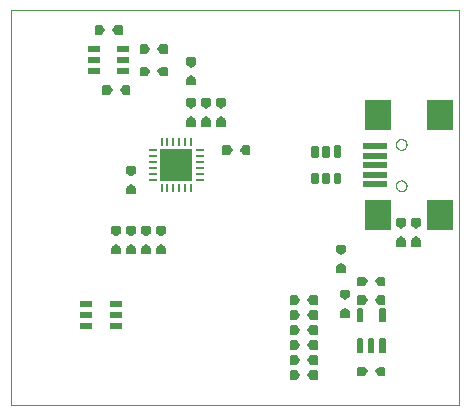
<source format=gtp>
G75*
%MOIN*%
%OFA0B0*%
%FSLAX25Y25*%
%IPPOS*%
%LPD*%
%AMOC8*
5,1,8,0,0,1.08239X$1,22.5*
%
%ADD10C,0.00000*%
%ADD11C,0.00500*%
%ADD12C,0.01181*%
%ADD13R,0.02756X0.00984*%
%ADD14R,0.00984X0.02756*%
%ADD15R,0.10827X0.10827*%
%ADD16C,0.00650*%
%ADD17R,0.08661X0.09843*%
%ADD18R,0.07874X0.01969*%
%ADD19R,0.04331X0.02362*%
D10*
X0030000Y0001800D02*
X0030000Y0133650D01*
X0179350Y0133650D01*
X0179350Y0001800D01*
X0030000Y0001800D01*
X0158228Y0074910D02*
X0158230Y0074994D01*
X0158236Y0075077D01*
X0158246Y0075160D01*
X0158260Y0075243D01*
X0158277Y0075325D01*
X0158299Y0075406D01*
X0158324Y0075485D01*
X0158353Y0075564D01*
X0158386Y0075641D01*
X0158422Y0075716D01*
X0158462Y0075790D01*
X0158505Y0075862D01*
X0158552Y0075931D01*
X0158602Y0075998D01*
X0158655Y0076063D01*
X0158711Y0076125D01*
X0158769Y0076185D01*
X0158831Y0076242D01*
X0158895Y0076295D01*
X0158962Y0076346D01*
X0159031Y0076393D01*
X0159102Y0076438D01*
X0159175Y0076478D01*
X0159250Y0076515D01*
X0159327Y0076549D01*
X0159405Y0076579D01*
X0159484Y0076605D01*
X0159565Y0076628D01*
X0159647Y0076646D01*
X0159729Y0076661D01*
X0159812Y0076672D01*
X0159895Y0076679D01*
X0159979Y0076682D01*
X0160063Y0076681D01*
X0160146Y0076676D01*
X0160230Y0076667D01*
X0160312Y0076654D01*
X0160394Y0076638D01*
X0160475Y0076617D01*
X0160556Y0076593D01*
X0160634Y0076565D01*
X0160712Y0076533D01*
X0160788Y0076497D01*
X0160862Y0076458D01*
X0160934Y0076416D01*
X0161004Y0076370D01*
X0161072Y0076321D01*
X0161137Y0076269D01*
X0161200Y0076214D01*
X0161260Y0076156D01*
X0161318Y0076095D01*
X0161372Y0076031D01*
X0161424Y0075965D01*
X0161472Y0075897D01*
X0161517Y0075826D01*
X0161558Y0075753D01*
X0161597Y0075679D01*
X0161631Y0075603D01*
X0161662Y0075525D01*
X0161689Y0075446D01*
X0161713Y0075365D01*
X0161732Y0075284D01*
X0161748Y0075202D01*
X0161760Y0075119D01*
X0161768Y0075035D01*
X0161772Y0074952D01*
X0161772Y0074868D01*
X0161768Y0074785D01*
X0161760Y0074701D01*
X0161748Y0074618D01*
X0161732Y0074536D01*
X0161713Y0074455D01*
X0161689Y0074374D01*
X0161662Y0074295D01*
X0161631Y0074217D01*
X0161597Y0074141D01*
X0161558Y0074067D01*
X0161517Y0073994D01*
X0161472Y0073923D01*
X0161424Y0073855D01*
X0161372Y0073789D01*
X0161318Y0073725D01*
X0161260Y0073664D01*
X0161200Y0073606D01*
X0161137Y0073551D01*
X0161072Y0073499D01*
X0161004Y0073450D01*
X0160934Y0073404D01*
X0160862Y0073362D01*
X0160788Y0073323D01*
X0160712Y0073287D01*
X0160634Y0073255D01*
X0160556Y0073227D01*
X0160475Y0073203D01*
X0160394Y0073182D01*
X0160312Y0073166D01*
X0160230Y0073153D01*
X0160146Y0073144D01*
X0160063Y0073139D01*
X0159979Y0073138D01*
X0159895Y0073141D01*
X0159812Y0073148D01*
X0159729Y0073159D01*
X0159647Y0073174D01*
X0159565Y0073192D01*
X0159484Y0073215D01*
X0159405Y0073241D01*
X0159327Y0073271D01*
X0159250Y0073305D01*
X0159175Y0073342D01*
X0159102Y0073382D01*
X0159031Y0073427D01*
X0158962Y0073474D01*
X0158895Y0073525D01*
X0158831Y0073578D01*
X0158769Y0073635D01*
X0158711Y0073695D01*
X0158655Y0073757D01*
X0158602Y0073822D01*
X0158552Y0073889D01*
X0158505Y0073958D01*
X0158462Y0074030D01*
X0158422Y0074104D01*
X0158386Y0074179D01*
X0158353Y0074256D01*
X0158324Y0074335D01*
X0158299Y0074414D01*
X0158277Y0074495D01*
X0158260Y0074577D01*
X0158246Y0074660D01*
X0158236Y0074743D01*
X0158230Y0074826D01*
X0158228Y0074910D01*
X0158228Y0088690D02*
X0158230Y0088774D01*
X0158236Y0088857D01*
X0158246Y0088940D01*
X0158260Y0089023D01*
X0158277Y0089105D01*
X0158299Y0089186D01*
X0158324Y0089265D01*
X0158353Y0089344D01*
X0158386Y0089421D01*
X0158422Y0089496D01*
X0158462Y0089570D01*
X0158505Y0089642D01*
X0158552Y0089711D01*
X0158602Y0089778D01*
X0158655Y0089843D01*
X0158711Y0089905D01*
X0158769Y0089965D01*
X0158831Y0090022D01*
X0158895Y0090075D01*
X0158962Y0090126D01*
X0159031Y0090173D01*
X0159102Y0090218D01*
X0159175Y0090258D01*
X0159250Y0090295D01*
X0159327Y0090329D01*
X0159405Y0090359D01*
X0159484Y0090385D01*
X0159565Y0090408D01*
X0159647Y0090426D01*
X0159729Y0090441D01*
X0159812Y0090452D01*
X0159895Y0090459D01*
X0159979Y0090462D01*
X0160063Y0090461D01*
X0160146Y0090456D01*
X0160230Y0090447D01*
X0160312Y0090434D01*
X0160394Y0090418D01*
X0160475Y0090397D01*
X0160556Y0090373D01*
X0160634Y0090345D01*
X0160712Y0090313D01*
X0160788Y0090277D01*
X0160862Y0090238D01*
X0160934Y0090196D01*
X0161004Y0090150D01*
X0161072Y0090101D01*
X0161137Y0090049D01*
X0161200Y0089994D01*
X0161260Y0089936D01*
X0161318Y0089875D01*
X0161372Y0089811D01*
X0161424Y0089745D01*
X0161472Y0089677D01*
X0161517Y0089606D01*
X0161558Y0089533D01*
X0161597Y0089459D01*
X0161631Y0089383D01*
X0161662Y0089305D01*
X0161689Y0089226D01*
X0161713Y0089145D01*
X0161732Y0089064D01*
X0161748Y0088982D01*
X0161760Y0088899D01*
X0161768Y0088815D01*
X0161772Y0088732D01*
X0161772Y0088648D01*
X0161768Y0088565D01*
X0161760Y0088481D01*
X0161748Y0088398D01*
X0161732Y0088316D01*
X0161713Y0088235D01*
X0161689Y0088154D01*
X0161662Y0088075D01*
X0161631Y0087997D01*
X0161597Y0087921D01*
X0161558Y0087847D01*
X0161517Y0087774D01*
X0161472Y0087703D01*
X0161424Y0087635D01*
X0161372Y0087569D01*
X0161318Y0087505D01*
X0161260Y0087444D01*
X0161200Y0087386D01*
X0161137Y0087331D01*
X0161072Y0087279D01*
X0161004Y0087230D01*
X0160934Y0087184D01*
X0160862Y0087142D01*
X0160788Y0087103D01*
X0160712Y0087067D01*
X0160634Y0087035D01*
X0160556Y0087007D01*
X0160475Y0086983D01*
X0160394Y0086962D01*
X0160312Y0086946D01*
X0160230Y0086933D01*
X0160146Y0086924D01*
X0160063Y0086919D01*
X0159979Y0086918D01*
X0159895Y0086921D01*
X0159812Y0086928D01*
X0159729Y0086939D01*
X0159647Y0086954D01*
X0159565Y0086972D01*
X0159484Y0086995D01*
X0159405Y0087021D01*
X0159327Y0087051D01*
X0159250Y0087085D01*
X0159175Y0087122D01*
X0159102Y0087162D01*
X0159031Y0087207D01*
X0158962Y0087254D01*
X0158895Y0087305D01*
X0158831Y0087358D01*
X0158769Y0087415D01*
X0158711Y0087475D01*
X0158655Y0087537D01*
X0158602Y0087602D01*
X0158552Y0087669D01*
X0158505Y0087738D01*
X0158462Y0087810D01*
X0158422Y0087884D01*
X0158386Y0087959D01*
X0158353Y0088036D01*
X0158324Y0088115D01*
X0158299Y0088194D01*
X0158277Y0088275D01*
X0158260Y0088357D01*
X0158246Y0088440D01*
X0158236Y0088523D01*
X0158230Y0088606D01*
X0158228Y0088690D01*
D11*
X0158750Y0063675D02*
X0161250Y0063675D01*
X0161250Y0061800D01*
X0160000Y0060862D01*
X0158750Y0061800D01*
X0158750Y0063675D01*
X0158750Y0063615D02*
X0161250Y0063615D01*
X0161250Y0063117D02*
X0158750Y0063117D01*
X0158750Y0062618D02*
X0161250Y0062618D01*
X0161250Y0062120D02*
X0158750Y0062120D01*
X0158988Y0061621D02*
X0161012Y0061621D01*
X0160347Y0061123D02*
X0159653Y0061123D01*
X0160000Y0057737D02*
X0161250Y0056800D01*
X0161250Y0054925D01*
X0158750Y0054925D01*
X0158750Y0056800D01*
X0160000Y0057737D01*
X0159861Y0057633D02*
X0160139Y0057633D01*
X0160804Y0057135D02*
X0159196Y0057135D01*
X0158750Y0056636D02*
X0161250Y0056636D01*
X0161250Y0056138D02*
X0158750Y0056138D01*
X0158750Y0055639D02*
X0161250Y0055639D01*
X0161250Y0055141D02*
X0158750Y0055141D01*
X0163750Y0055141D02*
X0166250Y0055141D01*
X0166250Y0054925D02*
X0163750Y0054925D01*
X0163750Y0056800D01*
X0165000Y0057737D01*
X0166250Y0056800D01*
X0166250Y0054925D01*
X0166250Y0055639D02*
X0163750Y0055639D01*
X0163750Y0056138D02*
X0166250Y0056138D01*
X0166250Y0056636D02*
X0163750Y0056636D01*
X0164196Y0057135D02*
X0165804Y0057135D01*
X0165139Y0057633D02*
X0164861Y0057633D01*
X0165000Y0060862D02*
X0163750Y0061800D01*
X0163750Y0063675D01*
X0166250Y0063675D01*
X0166250Y0061800D01*
X0165000Y0060862D01*
X0164653Y0061123D02*
X0165347Y0061123D01*
X0166012Y0061621D02*
X0163988Y0061621D01*
X0163750Y0062120D02*
X0166250Y0062120D01*
X0166250Y0062618D02*
X0163750Y0062618D01*
X0163750Y0063117D02*
X0166250Y0063117D01*
X0166250Y0063615D02*
X0163750Y0063615D01*
X0141250Y0054925D02*
X0141250Y0053050D01*
X0140000Y0052112D01*
X0138750Y0053050D01*
X0138750Y0054925D01*
X0141250Y0054925D01*
X0141250Y0054642D02*
X0138750Y0054642D01*
X0138750Y0054144D02*
X0141250Y0054144D01*
X0141250Y0053645D02*
X0138750Y0053645D01*
X0138750Y0053147D02*
X0141250Y0053147D01*
X0140714Y0052648D02*
X0139286Y0052648D01*
X0139950Y0052150D02*
X0140050Y0052150D01*
X0140000Y0048987D02*
X0138750Y0048050D01*
X0138750Y0046175D01*
X0141250Y0046175D01*
X0141250Y0048050D01*
X0140000Y0048987D01*
X0139563Y0048660D02*
X0140437Y0048660D01*
X0141101Y0048162D02*
X0138899Y0048162D01*
X0138750Y0047663D02*
X0141250Y0047663D01*
X0141250Y0047165D02*
X0138750Y0047165D01*
X0138750Y0046666D02*
X0141250Y0046666D01*
X0145625Y0044300D02*
X0145625Y0041800D01*
X0147500Y0041800D01*
X0148438Y0043050D01*
X0147500Y0044300D01*
X0145625Y0044300D01*
X0145625Y0044173D02*
X0147595Y0044173D01*
X0147969Y0043675D02*
X0145625Y0043675D01*
X0145625Y0043176D02*
X0148343Y0043176D01*
X0148158Y0042678D02*
X0145625Y0042678D01*
X0145625Y0042179D02*
X0147785Y0042179D01*
X0151563Y0043050D02*
X0152500Y0044300D01*
X0154375Y0044300D01*
X0154375Y0041800D01*
X0152500Y0041800D01*
X0151563Y0043050D01*
X0151657Y0043176D02*
X0154375Y0043176D01*
X0154375Y0042678D02*
X0151842Y0042678D01*
X0152215Y0042179D02*
X0154375Y0042179D01*
X0154375Y0043675D02*
X0152031Y0043675D01*
X0152405Y0044173D02*
X0154375Y0044173D01*
X0154375Y0038050D02*
X0152500Y0038050D01*
X0151563Y0036800D01*
X0152500Y0035550D01*
X0154375Y0035550D01*
X0154375Y0038050D01*
X0154375Y0037693D02*
X0152232Y0037693D01*
X0151858Y0037194D02*
X0154375Y0037194D01*
X0154375Y0036696D02*
X0151641Y0036696D01*
X0152015Y0036197D02*
X0154375Y0036197D01*
X0154375Y0035699D02*
X0152388Y0035699D01*
X0148438Y0036800D02*
X0147500Y0035550D01*
X0145625Y0035550D01*
X0145625Y0038050D01*
X0147500Y0038050D01*
X0148438Y0036800D01*
X0148359Y0036696D02*
X0145625Y0036696D01*
X0145625Y0037194D02*
X0148142Y0037194D01*
X0147768Y0037693D02*
X0145625Y0037693D01*
X0145625Y0036197D02*
X0147985Y0036197D01*
X0147612Y0035699D02*
X0145625Y0035699D01*
X0142500Y0038050D02*
X0141250Y0037113D01*
X0140000Y0038050D01*
X0140000Y0039925D01*
X0142500Y0039925D01*
X0142500Y0038050D01*
X0142500Y0038191D02*
X0140000Y0038191D01*
X0140000Y0038690D02*
X0142500Y0038690D01*
X0142500Y0039188D02*
X0140000Y0039188D01*
X0140000Y0039687D02*
X0142500Y0039687D01*
X0142024Y0037693D02*
X0140476Y0037693D01*
X0141141Y0037194D02*
X0141359Y0037194D01*
X0141250Y0033988D02*
X0142500Y0033050D01*
X0142500Y0031175D01*
X0140000Y0031175D01*
X0140000Y0033050D01*
X0141250Y0033988D01*
X0140873Y0033705D02*
X0141627Y0033705D01*
X0142292Y0033206D02*
X0140208Y0033206D01*
X0140000Y0032708D02*
X0142500Y0032708D01*
X0142500Y0032209D02*
X0140000Y0032209D01*
X0140000Y0031711D02*
X0142500Y0031711D01*
X0142500Y0031212D02*
X0140000Y0031212D01*
X0131875Y0031212D02*
X0129503Y0031212D01*
X0129129Y0031711D02*
X0131875Y0031711D01*
X0131875Y0032209D02*
X0129369Y0032209D01*
X0129062Y0031800D02*
X0130000Y0033050D01*
X0131875Y0033050D01*
X0131875Y0030550D01*
X0130000Y0030550D01*
X0129062Y0031800D01*
X0129743Y0032708D02*
X0131875Y0032708D01*
X0131875Y0030714D02*
X0129877Y0030714D01*
X0130000Y0028050D02*
X0129062Y0026800D01*
X0130000Y0025550D01*
X0131875Y0025550D01*
X0131875Y0028050D01*
X0130000Y0028050D01*
X0129754Y0027723D02*
X0131875Y0027723D01*
X0131875Y0027224D02*
X0129381Y0027224D01*
X0129118Y0026726D02*
X0131875Y0026726D01*
X0131875Y0026227D02*
X0129492Y0026227D01*
X0129866Y0025729D02*
X0131875Y0025729D01*
X0131875Y0023050D02*
X0130000Y0023050D01*
X0129062Y0021800D01*
X0130000Y0020550D01*
X0131875Y0020550D01*
X0131875Y0023050D01*
X0131875Y0022737D02*
X0129766Y0022737D01*
X0129392Y0022239D02*
X0131875Y0022239D01*
X0131875Y0021740D02*
X0129107Y0021740D01*
X0129481Y0021242D02*
X0131875Y0021242D01*
X0131875Y0020743D02*
X0129855Y0020743D01*
X0130000Y0018050D02*
X0129062Y0016800D01*
X0130000Y0015550D01*
X0131875Y0015550D01*
X0131875Y0018050D01*
X0130000Y0018050D01*
X0129777Y0017752D02*
X0131875Y0017752D01*
X0131875Y0017254D02*
X0129403Y0017254D01*
X0129096Y0016755D02*
X0131875Y0016755D01*
X0131875Y0016257D02*
X0129470Y0016257D01*
X0129844Y0015758D02*
X0131875Y0015758D01*
X0131875Y0013050D02*
X0130000Y0013050D01*
X0129062Y0011800D01*
X0130000Y0010550D01*
X0131875Y0010550D01*
X0131875Y0013050D01*
X0131875Y0012767D02*
X0129788Y0012767D01*
X0129414Y0012269D02*
X0131875Y0012269D01*
X0131875Y0011770D02*
X0129085Y0011770D01*
X0129459Y0011272D02*
X0131875Y0011272D01*
X0131875Y0010773D02*
X0129833Y0010773D01*
X0125937Y0011800D02*
X0125000Y0013050D01*
X0123125Y0013050D01*
X0123125Y0010550D01*
X0125000Y0010550D01*
X0125937Y0011800D01*
X0125915Y0011770D02*
X0123125Y0011770D01*
X0123125Y0011272D02*
X0125541Y0011272D01*
X0125167Y0010773D02*
X0123125Y0010773D01*
X0123125Y0012269D02*
X0125586Y0012269D01*
X0125212Y0012767D02*
X0123125Y0012767D01*
X0123125Y0015550D02*
X0123125Y0018050D01*
X0125000Y0018050D01*
X0125937Y0016800D01*
X0125000Y0015550D01*
X0123125Y0015550D01*
X0123125Y0015758D02*
X0125156Y0015758D01*
X0125530Y0016257D02*
X0123125Y0016257D01*
X0123125Y0016755D02*
X0125904Y0016755D01*
X0125597Y0017254D02*
X0123125Y0017254D01*
X0123125Y0017752D02*
X0125223Y0017752D01*
X0125000Y0020550D02*
X0123125Y0020550D01*
X0123125Y0023050D01*
X0125000Y0023050D01*
X0125937Y0021800D01*
X0125000Y0020550D01*
X0125145Y0020743D02*
X0123125Y0020743D01*
X0123125Y0021242D02*
X0125519Y0021242D01*
X0125893Y0021740D02*
X0123125Y0021740D01*
X0123125Y0022239D02*
X0125608Y0022239D01*
X0125234Y0022737D02*
X0123125Y0022737D01*
X0123125Y0025550D02*
X0123125Y0028050D01*
X0125000Y0028050D01*
X0125937Y0026800D01*
X0125000Y0025550D01*
X0123125Y0025550D01*
X0123125Y0025729D02*
X0125134Y0025729D01*
X0125508Y0026227D02*
X0123125Y0026227D01*
X0123125Y0026726D02*
X0125882Y0026726D01*
X0125619Y0027224D02*
X0123125Y0027224D01*
X0123125Y0027723D02*
X0125246Y0027723D01*
X0125000Y0030550D02*
X0123125Y0030550D01*
X0123125Y0033050D01*
X0125000Y0033050D01*
X0125937Y0031800D01*
X0125000Y0030550D01*
X0125123Y0030714D02*
X0123125Y0030714D01*
X0123125Y0031212D02*
X0125497Y0031212D01*
X0125871Y0031711D02*
X0123125Y0031711D01*
X0123125Y0032209D02*
X0125631Y0032209D01*
X0125257Y0032708D02*
X0123125Y0032708D01*
X0123125Y0035550D02*
X0123125Y0038050D01*
X0125000Y0038050D01*
X0125937Y0036800D01*
X0125000Y0035550D01*
X0123125Y0035550D01*
X0123125Y0035699D02*
X0125112Y0035699D01*
X0125485Y0036197D02*
X0123125Y0036197D01*
X0123125Y0036696D02*
X0125859Y0036696D01*
X0125642Y0037194D02*
X0123125Y0037194D01*
X0123125Y0037693D02*
X0125268Y0037693D01*
X0129062Y0036800D02*
X0130000Y0035550D01*
X0131875Y0035550D01*
X0131875Y0038050D01*
X0130000Y0038050D01*
X0129062Y0036800D01*
X0129141Y0036696D02*
X0131875Y0036696D01*
X0131875Y0037194D02*
X0129358Y0037194D01*
X0129732Y0037693D02*
X0131875Y0037693D01*
X0131875Y0036197D02*
X0129515Y0036197D01*
X0129888Y0035699D02*
X0131875Y0035699D01*
X0145625Y0014300D02*
X0147500Y0014300D01*
X0148438Y0013050D01*
X0147500Y0011800D01*
X0145625Y0011800D01*
X0145625Y0014300D01*
X0145625Y0014263D02*
X0147528Y0014263D01*
X0147902Y0013764D02*
X0145625Y0013764D01*
X0145625Y0013266D02*
X0148276Y0013266D01*
X0148225Y0012767D02*
X0145625Y0012767D01*
X0145625Y0012269D02*
X0147852Y0012269D01*
X0151563Y0013050D02*
X0152500Y0011800D01*
X0154375Y0011800D01*
X0154375Y0014300D01*
X0152500Y0014300D01*
X0151563Y0013050D01*
X0151724Y0013266D02*
X0154375Y0013266D01*
X0154375Y0013764D02*
X0152098Y0013764D01*
X0152472Y0014263D02*
X0154375Y0014263D01*
X0154375Y0012767D02*
X0151775Y0012767D01*
X0152148Y0012269D02*
X0154375Y0012269D01*
X0081250Y0052425D02*
X0078750Y0052425D01*
X0078750Y0054300D01*
X0080000Y0055237D01*
X0081250Y0054300D01*
X0081250Y0052425D01*
X0081250Y0052648D02*
X0078750Y0052648D01*
X0078750Y0053147D02*
X0081250Y0053147D01*
X0081250Y0053645D02*
X0078750Y0053645D01*
X0078750Y0054144D02*
X0081250Y0054144D01*
X0080794Y0054642D02*
X0079206Y0054642D01*
X0079871Y0055141D02*
X0080129Y0055141D01*
X0080000Y0058362D02*
X0078750Y0059300D01*
X0078750Y0061175D01*
X0081250Y0061175D01*
X0081250Y0059300D01*
X0080000Y0058362D01*
X0079643Y0058630D02*
X0080357Y0058630D01*
X0081022Y0059129D02*
X0078978Y0059129D01*
X0078750Y0059627D02*
X0081250Y0059627D01*
X0081250Y0060126D02*
X0078750Y0060126D01*
X0078750Y0060624D02*
X0081250Y0060624D01*
X0081250Y0061123D02*
X0078750Y0061123D01*
X0076250Y0061123D02*
X0073750Y0061123D01*
X0073750Y0061175D02*
X0076250Y0061175D01*
X0076250Y0059300D01*
X0075000Y0058362D01*
X0073750Y0059300D01*
X0073750Y0061175D01*
X0073750Y0060624D02*
X0076250Y0060624D01*
X0076250Y0060126D02*
X0073750Y0060126D01*
X0073750Y0059627D02*
X0076250Y0059627D01*
X0076022Y0059129D02*
X0073978Y0059129D01*
X0074643Y0058630D02*
X0075357Y0058630D01*
X0071250Y0059300D02*
X0070000Y0058362D01*
X0068750Y0059300D01*
X0068750Y0061175D01*
X0071250Y0061175D01*
X0071250Y0059300D01*
X0071022Y0059129D02*
X0068978Y0059129D01*
X0068750Y0059627D02*
X0071250Y0059627D01*
X0071250Y0060126D02*
X0068750Y0060126D01*
X0068750Y0060624D02*
X0071250Y0060624D01*
X0071250Y0061123D02*
X0068750Y0061123D01*
X0066250Y0061123D02*
X0063750Y0061123D01*
X0063750Y0061175D02*
X0066250Y0061175D01*
X0066250Y0059300D01*
X0065000Y0058362D01*
X0063750Y0059300D01*
X0063750Y0061175D01*
X0063750Y0060624D02*
X0066250Y0060624D01*
X0066250Y0060126D02*
X0063750Y0060126D01*
X0063750Y0059627D02*
X0066250Y0059627D01*
X0066022Y0059129D02*
X0063978Y0059129D01*
X0064643Y0058630D02*
X0065357Y0058630D01*
X0069643Y0058630D02*
X0070357Y0058630D01*
X0070000Y0055237D02*
X0071250Y0054300D01*
X0071250Y0052425D01*
X0068750Y0052425D01*
X0068750Y0054300D01*
X0070000Y0055237D01*
X0069871Y0055141D02*
X0070129Y0055141D01*
X0070794Y0054642D02*
X0069206Y0054642D01*
X0068750Y0054144D02*
X0071250Y0054144D01*
X0071250Y0053645D02*
X0068750Y0053645D01*
X0068750Y0053147D02*
X0071250Y0053147D01*
X0071250Y0052648D02*
X0068750Y0052648D01*
X0066250Y0052648D02*
X0063750Y0052648D01*
X0063750Y0052425D02*
X0066250Y0052425D01*
X0066250Y0054300D01*
X0065000Y0055237D01*
X0063750Y0054300D01*
X0063750Y0052425D01*
X0063750Y0053147D02*
X0066250Y0053147D01*
X0066250Y0053645D02*
X0063750Y0053645D01*
X0063750Y0054144D02*
X0066250Y0054144D01*
X0065794Y0054642D02*
X0064206Y0054642D01*
X0064871Y0055141D02*
X0065129Y0055141D01*
X0073750Y0054300D02*
X0073750Y0052425D01*
X0076250Y0052425D01*
X0076250Y0054300D01*
X0075000Y0055237D01*
X0073750Y0054300D01*
X0073750Y0054144D02*
X0076250Y0054144D01*
X0076250Y0053645D02*
X0073750Y0053645D01*
X0073750Y0053147D02*
X0076250Y0053147D01*
X0076250Y0052648D02*
X0073750Y0052648D01*
X0074206Y0054642D02*
X0075794Y0054642D01*
X0075129Y0055141D02*
X0074871Y0055141D01*
X0071250Y0072425D02*
X0068750Y0072425D01*
X0068750Y0074300D01*
X0070000Y0075238D01*
X0071250Y0074300D01*
X0071250Y0072425D01*
X0071250Y0072589D02*
X0068750Y0072589D01*
X0068750Y0073087D02*
X0071250Y0073087D01*
X0071250Y0073586D02*
X0068750Y0073586D01*
X0068750Y0074084D02*
X0071250Y0074084D01*
X0070873Y0074583D02*
X0069127Y0074583D01*
X0069792Y0075081D02*
X0070208Y0075081D01*
X0070000Y0078363D02*
X0068750Y0079300D01*
X0068750Y0081175D01*
X0071250Y0081175D01*
X0071250Y0079300D01*
X0070000Y0078363D01*
X0069722Y0078571D02*
X0070278Y0078571D01*
X0070942Y0079069D02*
X0069058Y0079069D01*
X0068750Y0079568D02*
X0071250Y0079568D01*
X0071250Y0080066D02*
X0068750Y0080066D01*
X0068750Y0080565D02*
X0071250Y0080565D01*
X0071250Y0081063D02*
X0068750Y0081063D01*
X0088750Y0094925D02*
X0091250Y0094925D01*
X0091250Y0096800D01*
X0090000Y0097737D01*
X0088750Y0096800D01*
X0088750Y0094925D01*
X0088750Y0095022D02*
X0091250Y0095022D01*
X0091250Y0095520D02*
X0088750Y0095520D01*
X0088750Y0096019D02*
X0091250Y0096019D01*
X0091250Y0096517D02*
X0088750Y0096517D01*
X0089038Y0097016D02*
X0090962Y0097016D01*
X0090298Y0097514D02*
X0089702Y0097514D01*
X0093750Y0096800D02*
X0093750Y0094925D01*
X0096250Y0094925D01*
X0096250Y0096800D01*
X0095000Y0097737D01*
X0093750Y0096800D01*
X0093750Y0096517D02*
X0096250Y0096517D01*
X0096250Y0096019D02*
X0093750Y0096019D01*
X0093750Y0095520D02*
X0096250Y0095520D01*
X0096250Y0095022D02*
X0093750Y0095022D01*
X0094038Y0097016D02*
X0095962Y0097016D01*
X0095298Y0097514D02*
X0094702Y0097514D01*
X0095000Y0100862D02*
X0093750Y0101800D01*
X0093750Y0103675D01*
X0096250Y0103675D01*
X0096250Y0101800D01*
X0095000Y0100862D01*
X0094812Y0101004D02*
X0095188Y0101004D01*
X0095853Y0101502D02*
X0094147Y0101502D01*
X0093750Y0102001D02*
X0096250Y0102001D01*
X0096250Y0102499D02*
X0093750Y0102499D01*
X0093750Y0102998D02*
X0096250Y0102998D01*
X0096250Y0103496D02*
X0093750Y0103496D01*
X0091250Y0103496D02*
X0088750Y0103496D01*
X0088750Y0103675D02*
X0091250Y0103675D01*
X0091250Y0101800D01*
X0090000Y0100862D01*
X0088750Y0101800D01*
X0088750Y0103675D01*
X0088750Y0102998D02*
X0091250Y0102998D01*
X0091250Y0102499D02*
X0088750Y0102499D01*
X0088750Y0102001D02*
X0091250Y0102001D01*
X0090853Y0101502D02*
X0089147Y0101502D01*
X0089812Y0101004D02*
X0090188Y0101004D01*
X0091250Y0108675D02*
X0088750Y0108675D01*
X0088750Y0110550D01*
X0090000Y0111487D01*
X0091250Y0110550D01*
X0091250Y0108675D01*
X0091250Y0108980D02*
X0088750Y0108980D01*
X0088750Y0109478D02*
X0091250Y0109478D01*
X0091250Y0109977D02*
X0088750Y0109977D01*
X0088750Y0110475D02*
X0091250Y0110475D01*
X0090685Y0110974D02*
X0089315Y0110974D01*
X0089980Y0111472D02*
X0090020Y0111472D01*
X0090000Y0114612D02*
X0088750Y0115550D01*
X0088750Y0117425D01*
X0091250Y0117425D01*
X0091250Y0115550D01*
X0090000Y0114612D01*
X0089534Y0114962D02*
X0090466Y0114962D01*
X0091131Y0115461D02*
X0088869Y0115461D01*
X0088750Y0115959D02*
X0091250Y0115959D01*
X0091250Y0116458D02*
X0088750Y0116458D01*
X0088750Y0116956D02*
X0091250Y0116956D01*
X0081875Y0119300D02*
X0080000Y0119300D01*
X0079063Y0120550D01*
X0080000Y0121800D01*
X0081875Y0121800D01*
X0081875Y0119300D01*
X0081875Y0119449D02*
X0079888Y0119449D01*
X0079515Y0119947D02*
X0081875Y0119947D01*
X0081875Y0120446D02*
X0079141Y0120446D01*
X0079358Y0120944D02*
X0081875Y0120944D01*
X0081875Y0121443D02*
X0079732Y0121443D01*
X0075938Y0120550D02*
X0075000Y0119300D01*
X0073125Y0119300D01*
X0073125Y0121800D01*
X0075000Y0121800D01*
X0075938Y0120550D01*
X0075859Y0120446D02*
X0073125Y0120446D01*
X0073125Y0120944D02*
X0075642Y0120944D01*
X0075268Y0121443D02*
X0073125Y0121443D01*
X0073125Y0119947D02*
X0075485Y0119947D01*
X0075112Y0119449D02*
X0073125Y0119449D01*
X0073125Y0114300D02*
X0073125Y0111800D01*
X0075000Y0111800D01*
X0075938Y0113050D01*
X0075000Y0114300D01*
X0073125Y0114300D01*
X0073125Y0113965D02*
X0075251Y0113965D01*
X0075625Y0113467D02*
X0073125Y0113467D01*
X0073125Y0112968D02*
X0075876Y0112968D01*
X0075502Y0112470D02*
X0073125Y0112470D01*
X0073125Y0111971D02*
X0075128Y0111971D01*
X0079063Y0113050D02*
X0080000Y0111800D01*
X0081875Y0111800D01*
X0081875Y0114300D01*
X0080000Y0114300D01*
X0079063Y0113050D01*
X0079124Y0112968D02*
X0081875Y0112968D01*
X0081875Y0112470D02*
X0079498Y0112470D01*
X0079872Y0111971D02*
X0081875Y0111971D01*
X0081875Y0113467D02*
X0079375Y0113467D01*
X0079749Y0113965D02*
X0081875Y0113965D01*
X0069375Y0108050D02*
X0069375Y0105550D01*
X0067500Y0105550D01*
X0066563Y0106800D01*
X0067500Y0108050D01*
X0069375Y0108050D01*
X0069375Y0107983D02*
X0067450Y0107983D01*
X0067076Y0107484D02*
X0069375Y0107484D01*
X0069375Y0106986D02*
X0066702Y0106986D01*
X0066797Y0106487D02*
X0069375Y0106487D01*
X0069375Y0105989D02*
X0067171Y0105989D01*
X0063437Y0106800D02*
X0062500Y0105550D01*
X0060625Y0105550D01*
X0060625Y0108050D01*
X0062500Y0108050D01*
X0063437Y0106800D01*
X0063298Y0106986D02*
X0060625Y0106986D01*
X0060625Y0107484D02*
X0062924Y0107484D01*
X0062550Y0107983D02*
X0060625Y0107983D01*
X0060625Y0106487D02*
X0063203Y0106487D01*
X0062829Y0105989D02*
X0060625Y0105989D01*
X0060000Y0125550D02*
X0058125Y0125550D01*
X0058125Y0128050D01*
X0060000Y0128050D01*
X0060937Y0126800D01*
X0060000Y0125550D01*
X0060284Y0125929D02*
X0058125Y0125929D01*
X0058125Y0126428D02*
X0060658Y0126428D01*
X0060843Y0126926D02*
X0058125Y0126926D01*
X0058125Y0127425D02*
X0060469Y0127425D01*
X0060095Y0127923D02*
X0058125Y0127923D01*
X0064062Y0126800D02*
X0065000Y0125550D01*
X0066875Y0125550D01*
X0066875Y0128050D01*
X0065000Y0128050D01*
X0064062Y0126800D01*
X0064157Y0126926D02*
X0066875Y0126926D01*
X0066875Y0126428D02*
X0064342Y0126428D01*
X0064716Y0125929D02*
X0066875Y0125929D01*
X0066875Y0127425D02*
X0064531Y0127425D01*
X0064905Y0127923D02*
X0066875Y0127923D01*
X0098750Y0103675D02*
X0101250Y0103675D01*
X0101250Y0101800D01*
X0100000Y0100862D01*
X0098750Y0101800D01*
X0098750Y0103675D01*
X0098750Y0103496D02*
X0101250Y0103496D01*
X0101250Y0102998D02*
X0098750Y0102998D01*
X0098750Y0102499D02*
X0101250Y0102499D01*
X0101250Y0102001D02*
X0098750Y0102001D01*
X0099147Y0101502D02*
X0100853Y0101502D01*
X0100188Y0101004D02*
X0099812Y0101004D01*
X0100000Y0097737D02*
X0101250Y0096800D01*
X0101250Y0094925D01*
X0098750Y0094925D01*
X0098750Y0096800D01*
X0100000Y0097737D01*
X0099702Y0097514D02*
X0100298Y0097514D01*
X0100962Y0097016D02*
X0099038Y0097016D01*
X0098750Y0096517D02*
X0101250Y0096517D01*
X0101250Y0096019D02*
X0098750Y0096019D01*
X0098750Y0095520D02*
X0101250Y0095520D01*
X0101250Y0095022D02*
X0098750Y0095022D01*
X0100625Y0088050D02*
X0102500Y0088050D01*
X0103437Y0086800D01*
X0102500Y0085550D01*
X0100625Y0085550D01*
X0100625Y0088050D01*
X0100625Y0088042D02*
X0102506Y0088042D01*
X0102880Y0087544D02*
X0100625Y0087544D01*
X0100625Y0087045D02*
X0103253Y0087045D01*
X0103248Y0086547D02*
X0100625Y0086547D01*
X0100625Y0086048D02*
X0102874Y0086048D01*
X0106562Y0086800D02*
X0107500Y0085550D01*
X0109375Y0085550D01*
X0109375Y0088050D01*
X0107500Y0088050D01*
X0106562Y0086800D01*
X0106747Y0087045D02*
X0109375Y0087045D01*
X0109375Y0086547D02*
X0106752Y0086547D01*
X0107126Y0086048D02*
X0109375Y0086048D01*
X0109375Y0087544D02*
X0107120Y0087544D01*
X0107494Y0088042D02*
X0109375Y0088042D01*
D12*
X0130669Y0087509D02*
X0131851Y0087509D01*
X0131851Y0084949D01*
X0130669Y0084949D01*
X0130669Y0087509D01*
X0130669Y0086129D02*
X0131851Y0086129D01*
X0131851Y0087309D02*
X0130669Y0087309D01*
X0134409Y0087509D02*
X0135591Y0087509D01*
X0135591Y0084949D01*
X0134409Y0084949D01*
X0134409Y0087509D01*
X0134409Y0086129D02*
X0135591Y0086129D01*
X0135591Y0087309D02*
X0134409Y0087309D01*
X0138149Y0087903D02*
X0139331Y0087903D01*
X0139331Y0084949D01*
X0138149Y0084949D01*
X0138149Y0087903D01*
X0138149Y0086129D02*
X0139331Y0086129D01*
X0139331Y0087309D02*
X0138149Y0087309D01*
X0138149Y0076091D02*
X0139331Y0076091D01*
X0138149Y0076091D02*
X0138149Y0078651D01*
X0139331Y0078651D01*
X0139331Y0076091D01*
X0139331Y0077271D02*
X0138149Y0077271D01*
X0138149Y0078451D02*
X0139331Y0078451D01*
X0135591Y0076091D02*
X0134409Y0076091D01*
X0134409Y0078651D01*
X0135591Y0078651D01*
X0135591Y0076091D01*
X0135591Y0077271D02*
X0134409Y0077271D01*
X0134409Y0078451D02*
X0135591Y0078451D01*
X0131851Y0076091D02*
X0130669Y0076091D01*
X0130669Y0078651D01*
X0131851Y0078651D01*
X0131851Y0076091D01*
X0131851Y0077271D02*
X0130669Y0077271D01*
X0130669Y0078451D02*
X0131851Y0078451D01*
D13*
X0092776Y0078800D03*
X0092776Y0076900D03*
X0092776Y0080800D03*
X0092776Y0082800D03*
X0092776Y0084800D03*
X0092776Y0086700D03*
X0077224Y0086700D03*
X0077224Y0084800D03*
X0077224Y0082800D03*
X0077224Y0080800D03*
X0077224Y0078800D03*
X0077224Y0076900D03*
D14*
X0080100Y0074024D03*
X0082000Y0074024D03*
X0084000Y0074024D03*
X0086000Y0074024D03*
X0088000Y0074024D03*
X0089900Y0074024D03*
X0089900Y0089576D03*
X0088000Y0089576D03*
X0086000Y0089576D03*
X0084000Y0089576D03*
X0082000Y0089576D03*
X0080100Y0089576D03*
D15*
X0085000Y0081800D03*
D16*
X0145503Y0029881D02*
X0147017Y0029881D01*
X0145503Y0029881D02*
X0145503Y0033955D01*
X0147017Y0033955D01*
X0147017Y0029881D01*
X0147017Y0030530D02*
X0145503Y0030530D01*
X0145503Y0031179D02*
X0147017Y0031179D01*
X0147017Y0031828D02*
X0145503Y0031828D01*
X0145503Y0032477D02*
X0147017Y0032477D01*
X0147017Y0033126D02*
X0145503Y0033126D01*
X0145503Y0033775D02*
X0147017Y0033775D01*
X0152983Y0029881D02*
X0154497Y0029881D01*
X0152983Y0029881D02*
X0152983Y0033955D01*
X0154497Y0033955D01*
X0154497Y0029881D01*
X0154497Y0030530D02*
X0152983Y0030530D01*
X0152983Y0031179D02*
X0154497Y0031179D01*
X0154497Y0031828D02*
X0152983Y0031828D01*
X0152983Y0032477D02*
X0154497Y0032477D01*
X0154497Y0033126D02*
X0152983Y0033126D01*
X0152983Y0033775D02*
X0154497Y0033775D01*
X0154497Y0019645D02*
X0152983Y0019645D01*
X0152983Y0023719D01*
X0154497Y0023719D01*
X0154497Y0019645D01*
X0154497Y0020294D02*
X0152983Y0020294D01*
X0152983Y0020943D02*
X0154497Y0020943D01*
X0154497Y0021592D02*
X0152983Y0021592D01*
X0152983Y0022241D02*
X0154497Y0022241D01*
X0154497Y0022890D02*
X0152983Y0022890D01*
X0152983Y0023539D02*
X0154497Y0023539D01*
X0150757Y0019645D02*
X0149243Y0019645D01*
X0149243Y0023719D01*
X0150757Y0023719D01*
X0150757Y0019645D01*
X0150757Y0020294D02*
X0149243Y0020294D01*
X0149243Y0020943D02*
X0150757Y0020943D01*
X0150757Y0021592D02*
X0149243Y0021592D01*
X0149243Y0022241D02*
X0150757Y0022241D01*
X0150757Y0022890D02*
X0149243Y0022890D01*
X0149243Y0023539D02*
X0150757Y0023539D01*
X0147017Y0019645D02*
X0145503Y0019645D01*
X0145503Y0023719D01*
X0147017Y0023719D01*
X0147017Y0019645D01*
X0147017Y0020294D02*
X0145503Y0020294D01*
X0145503Y0020943D02*
X0147017Y0020943D01*
X0147017Y0021592D02*
X0145503Y0021592D01*
X0145503Y0022241D02*
X0147017Y0022241D01*
X0147017Y0022890D02*
X0145503Y0022890D01*
X0145503Y0023539D02*
X0147017Y0023539D01*
D17*
X0152126Y0065265D03*
X0172992Y0065265D03*
X0172992Y0098335D03*
X0152126Y0098335D03*
D18*
X0151142Y0088099D03*
X0151142Y0084950D03*
X0151142Y0081800D03*
X0151142Y0078650D03*
X0151142Y0075501D03*
D19*
X0067421Y0113060D03*
X0067421Y0116800D03*
X0067421Y0120540D03*
X0057579Y0120540D03*
X0057579Y0116800D03*
X0057579Y0113060D03*
X0055079Y0035540D03*
X0055079Y0031800D03*
X0055079Y0028060D03*
X0064921Y0028060D03*
X0064921Y0031800D03*
X0064921Y0035540D03*
M02*

</source>
